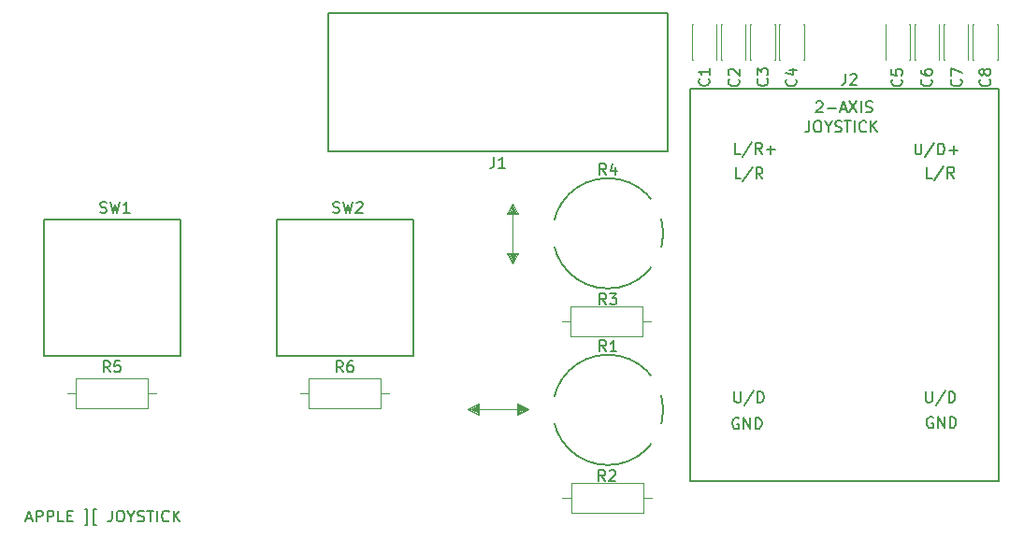
<source format=gto>
G04 #@! TF.GenerationSoftware,KiCad,Pcbnew,(5.1.2)-1*
G04 #@! TF.CreationDate,2019-11-15T07:12:07-08:00*
G04 #@! TF.ProjectId,AppleIIJoystick,4170706c-6549-4494-9a6f-79737469636b,rev?*
G04 #@! TF.SameCoordinates,Original*
G04 #@! TF.FileFunction,Legend,Top*
G04 #@! TF.FilePolarity,Positive*
%FSLAX46Y46*%
G04 Gerber Fmt 4.6, Leading zero omitted, Abs format (unit mm)*
G04 Created by KiCad (PCBNEW (5.1.2)-1) date 2019-11-15 07:12:07*
%MOMM*%
%LPD*%
G04 APERTURE LIST*
%ADD10C,0.120000*%
%ADD11C,0.150000*%
%ADD12C,1.702000*%
%ADD13C,2.002000*%
%ADD14C,4.102000*%
%ADD15C,1.626000*%
%ADD16C,2.402000*%
%ADD17O,1.702000X1.702000*%
%ADD18C,1.102000*%
%ADD19C,2.102000*%
G04 APERTURE END LIST*
D10*
X122105420Y-77122020D02*
X121876820Y-77005180D01*
X122224800Y-77327760D02*
X121457720Y-76995020D01*
X121457720Y-76995020D02*
X122194320Y-76619100D01*
X122194320Y-76619100D02*
X122189240Y-77223620D01*
X122189240Y-77223620D02*
X121701560Y-77015340D01*
X121701560Y-77015340D02*
X121881900Y-76860400D01*
X121881900Y-76860400D02*
X122166380Y-76748640D01*
X122166380Y-76748640D02*
X122105420Y-77122020D01*
X122229880Y-76563220D02*
X122224800Y-77327760D01*
X126436120Y-76911200D02*
X126304040Y-76868020D01*
X125999240Y-76832460D02*
X126436120Y-76911200D01*
X126182120Y-76974700D02*
X125999240Y-76832460D01*
X125978920Y-77122020D02*
X126182120Y-76974700D01*
X125956060Y-76710540D02*
X125978920Y-77122020D01*
X126372620Y-76977240D02*
X125956060Y-76710540D01*
X125884940Y-77249020D02*
X126372620Y-76977240D01*
X121876820Y-77005180D02*
X122092720Y-76855320D01*
X122092720Y-76855320D02*
X122031760Y-77043280D01*
X121290460Y-76950820D02*
X122290460Y-77450820D01*
X122290460Y-77450820D02*
X122290460Y-76450820D01*
X125790460Y-77450820D02*
X125790460Y-76450820D01*
X122290460Y-76450820D02*
X121290460Y-76950820D01*
X121290460Y-76950820D02*
X126790460Y-76950820D01*
X125846840Y-77348080D02*
X126494540Y-77012800D01*
X125790460Y-76450820D02*
X126790460Y-76950820D01*
X125790460Y-77450820D02*
X126790460Y-76950820D01*
X126494540Y-77012800D02*
X126509780Y-76901040D01*
X126509780Y-76901040D02*
X125879860Y-76581000D01*
X125879860Y-76581000D02*
X125884940Y-77249020D01*
X126790460Y-76950820D02*
X121290460Y-76950820D01*
X125229620Y-62974220D02*
X125417580Y-63035180D01*
X125379480Y-63190120D02*
X125229620Y-62974220D01*
X125496320Y-62961520D02*
X125379480Y-63190120D01*
X125122940Y-62900560D02*
X125496320Y-62961520D01*
X125234700Y-63185040D02*
X125122940Y-62900560D01*
X125389640Y-63365380D02*
X125234700Y-63185040D01*
X125597920Y-62877700D02*
X125389640Y-63365380D01*
X124993400Y-62872620D02*
X125597920Y-62877700D01*
X125369320Y-63609220D02*
X124993400Y-62872620D01*
X125702060Y-62842140D02*
X125369320Y-63609220D01*
X124937520Y-62837060D02*
X125702060Y-62842140D01*
X125285500Y-58630820D02*
X125242320Y-58762900D01*
X125206760Y-59067700D02*
X125285500Y-58630820D01*
X125349000Y-58884820D02*
X125206760Y-59067700D01*
X125496320Y-59088020D02*
X125349000Y-58884820D01*
X125084840Y-59110880D02*
X125496320Y-59088020D01*
X125351540Y-58694320D02*
X125084840Y-59110880D01*
X125623320Y-59182000D02*
X125351540Y-58694320D01*
X124955300Y-59187080D02*
X125623320Y-59182000D01*
X125275340Y-58557160D02*
X124955300Y-59187080D01*
X125387100Y-58572400D02*
X125275340Y-58557160D01*
X125722380Y-59220100D02*
X125387100Y-58572400D01*
X125825120Y-59276480D02*
X125325120Y-58276480D01*
X124825120Y-59276480D02*
X125325120Y-58276480D01*
X125825120Y-59276480D02*
X124825120Y-59276480D01*
X125325120Y-63776480D02*
X125325120Y-58276480D01*
X124825120Y-62776480D02*
X125325120Y-63776480D01*
X125825120Y-62776480D02*
X124825120Y-62776480D01*
X125325120Y-63776480D02*
X125825120Y-62776480D01*
X125325120Y-58276480D02*
X125325120Y-63776480D01*
D11*
X81335479Y-86854326D02*
X81811669Y-86854326D01*
X81240240Y-87140040D02*
X81573574Y-86140040D01*
X81906907Y-87140040D01*
X82240240Y-87140040D02*
X82240240Y-86140040D01*
X82621193Y-86140040D01*
X82716431Y-86187660D01*
X82764050Y-86235279D01*
X82811669Y-86330517D01*
X82811669Y-86473374D01*
X82764050Y-86568612D01*
X82716431Y-86616231D01*
X82621193Y-86663850D01*
X82240240Y-86663850D01*
X83240240Y-87140040D02*
X83240240Y-86140040D01*
X83621193Y-86140040D01*
X83716431Y-86187660D01*
X83764050Y-86235279D01*
X83811669Y-86330517D01*
X83811669Y-86473374D01*
X83764050Y-86568612D01*
X83716431Y-86616231D01*
X83621193Y-86663850D01*
X83240240Y-86663850D01*
X84716431Y-87140040D02*
X84240240Y-87140040D01*
X84240240Y-86140040D01*
X85049764Y-86616231D02*
X85383098Y-86616231D01*
X85525955Y-87140040D02*
X85049764Y-87140040D01*
X85049764Y-86140040D01*
X85525955Y-86140040D01*
X86621193Y-87473374D02*
X86859288Y-87473374D01*
X86859288Y-86044802D01*
X86621193Y-86044802D01*
X87668812Y-87473374D02*
X87430717Y-87473374D01*
X87430717Y-86044802D01*
X87668812Y-86044802D01*
X89097383Y-86140040D02*
X89097383Y-86854326D01*
X89049764Y-86997183D01*
X88954526Y-87092421D01*
X88811669Y-87140040D01*
X88716431Y-87140040D01*
X89764050Y-86140040D02*
X89954526Y-86140040D01*
X90049764Y-86187660D01*
X90145002Y-86282898D01*
X90192621Y-86473374D01*
X90192621Y-86806707D01*
X90145002Y-86997183D01*
X90049764Y-87092421D01*
X89954526Y-87140040D01*
X89764050Y-87140040D01*
X89668812Y-87092421D01*
X89573574Y-86997183D01*
X89525955Y-86806707D01*
X89525955Y-86473374D01*
X89573574Y-86282898D01*
X89668812Y-86187660D01*
X89764050Y-86140040D01*
X90811669Y-86663850D02*
X90811669Y-87140040D01*
X90478336Y-86140040D02*
X90811669Y-86663850D01*
X91145002Y-86140040D01*
X91430717Y-87092421D02*
X91573574Y-87140040D01*
X91811669Y-87140040D01*
X91906907Y-87092421D01*
X91954526Y-87044802D01*
X92002145Y-86949564D01*
X92002145Y-86854326D01*
X91954526Y-86759088D01*
X91906907Y-86711469D01*
X91811669Y-86663850D01*
X91621193Y-86616231D01*
X91525955Y-86568612D01*
X91478336Y-86520993D01*
X91430717Y-86425755D01*
X91430717Y-86330517D01*
X91478336Y-86235279D01*
X91525955Y-86187660D01*
X91621193Y-86140040D01*
X91859288Y-86140040D01*
X92002145Y-86187660D01*
X92287860Y-86140040D02*
X92859288Y-86140040D01*
X92573574Y-87140040D02*
X92573574Y-86140040D01*
X93192621Y-87140040D02*
X93192621Y-86140040D01*
X94240240Y-87044802D02*
X94192621Y-87092421D01*
X94049764Y-87140040D01*
X93954526Y-87140040D01*
X93811669Y-87092421D01*
X93716431Y-86997183D01*
X93668812Y-86901945D01*
X93621193Y-86711469D01*
X93621193Y-86568612D01*
X93668812Y-86378136D01*
X93716431Y-86282898D01*
X93811669Y-86187660D01*
X93954526Y-86140040D01*
X94049764Y-86140040D01*
X94192621Y-86187660D01*
X94240240Y-86235279D01*
X94668812Y-87140040D02*
X94668812Y-86140040D01*
X95240240Y-87140040D02*
X94811669Y-86568612D01*
X95240240Y-86140040D02*
X94668812Y-86711469D01*
D10*
X141597520Y-45294980D02*
X141597520Y-42054980D01*
X143837520Y-45294980D02*
X143837520Y-42054980D01*
X141597520Y-45294980D02*
X141662520Y-45294980D01*
X143772520Y-45294980D02*
X143837520Y-45294980D01*
X141597520Y-42054980D02*
X141662520Y-42054980D01*
X143772520Y-42054980D02*
X143837520Y-42054980D01*
X144236580Y-45294980D02*
X144236580Y-42054980D01*
X146476580Y-45294980D02*
X146476580Y-42054980D01*
X144236580Y-45294980D02*
X144301580Y-45294980D01*
X146411580Y-45294980D02*
X146476580Y-45294980D01*
X144236580Y-42054980D02*
X144301580Y-42054980D01*
X146411580Y-42054980D02*
X146476580Y-42054980D01*
X149050640Y-42054980D02*
X149115640Y-42054980D01*
X146875640Y-42054980D02*
X146940640Y-42054980D01*
X149050640Y-45294980D02*
X149115640Y-45294980D01*
X146875640Y-45294980D02*
X146940640Y-45294980D01*
X149115640Y-45294980D02*
X149115640Y-42054980D01*
X146875640Y-45294980D02*
X146875640Y-42054980D01*
X151689700Y-42054980D02*
X151754700Y-42054980D01*
X149514700Y-42054980D02*
X149579700Y-42054980D01*
X151689700Y-45294980D02*
X151754700Y-45294980D01*
X149514700Y-45294980D02*
X149579700Y-45294980D01*
X151754700Y-45294980D02*
X151754700Y-42054980D01*
X149514700Y-45294980D02*
X149514700Y-42054980D01*
X159109360Y-45311580D02*
X159109360Y-42071580D01*
X161349360Y-45311580D02*
X161349360Y-42071580D01*
X159109360Y-45311580D02*
X159174360Y-45311580D01*
X161284360Y-45311580D02*
X161349360Y-45311580D01*
X159109360Y-42071580D02*
X159174360Y-42071580D01*
X161284360Y-42071580D02*
X161349360Y-42071580D01*
X163922340Y-42075300D02*
X163987340Y-42075300D01*
X161747340Y-42075300D02*
X161812340Y-42075300D01*
X163922340Y-45315300D02*
X163987340Y-45315300D01*
X161747340Y-45315300D02*
X161812340Y-45315300D01*
X163987340Y-45315300D02*
X163987340Y-42075300D01*
X161747340Y-45315300D02*
X161747340Y-42075300D01*
X164386400Y-45315300D02*
X164386400Y-42075300D01*
X166626400Y-45315300D02*
X166626400Y-42075300D01*
X164386400Y-45315300D02*
X164451400Y-45315300D01*
X166561400Y-45315300D02*
X166626400Y-45315300D01*
X164386400Y-42075300D02*
X164451400Y-42075300D01*
X166561400Y-42075300D02*
X166626400Y-42075300D01*
X169200460Y-42075300D02*
X169265460Y-42075300D01*
X167025460Y-42075300D02*
X167090460Y-42075300D01*
X169200460Y-45315300D02*
X169265460Y-45315300D01*
X167025460Y-45315300D02*
X167090460Y-45315300D01*
X169265460Y-45315300D02*
X169265460Y-42075300D01*
X167025460Y-45315300D02*
X167025460Y-42075300D01*
D11*
X108634640Y-43579900D02*
X108634640Y-41080540D01*
X139444840Y-44380000D02*
X139444840Y-41078000D01*
X139444840Y-44380000D02*
X139444840Y-53574800D01*
X108634640Y-43579900D02*
X108634640Y-53569720D01*
X108634640Y-41080540D02*
X139444840Y-41078000D01*
X139444840Y-53574800D02*
X108634640Y-53569720D01*
X141460000Y-47920000D02*
X169400000Y-47920000D01*
X169400000Y-47920000D02*
X169400000Y-83480000D01*
X169400000Y-83480000D02*
X141460000Y-83480000D01*
X141460000Y-83480000D02*
X141460000Y-47920000D01*
X138992412Y-77007620D02*
G75*
G03X138992412Y-77007620I-5001312J0D01*
G01*
D10*
X137190000Y-86370000D02*
X137190000Y-83630000D01*
X137190000Y-83630000D02*
X130650000Y-83630000D01*
X130650000Y-83630000D02*
X130650000Y-86370000D01*
X130650000Y-86370000D02*
X137190000Y-86370000D01*
X137960000Y-85000000D02*
X137190000Y-85000000D01*
X129880000Y-85000000D02*
X130650000Y-85000000D01*
X129835780Y-69000000D02*
X130605780Y-69000000D01*
X137915780Y-69000000D02*
X137145780Y-69000000D01*
X130605780Y-70370000D02*
X137145780Y-70370000D01*
X130605780Y-67630000D02*
X130605780Y-70370000D01*
X137145780Y-67630000D02*
X130605780Y-67630000D01*
X137145780Y-70370000D02*
X137145780Y-67630000D01*
D11*
X138992412Y-61007620D02*
G75*
G03X138992412Y-61007620I-5001312J0D01*
G01*
D10*
X85810000Y-74130000D02*
X85810000Y-76870000D01*
X85810000Y-76870000D02*
X92350000Y-76870000D01*
X92350000Y-76870000D02*
X92350000Y-74130000D01*
X92350000Y-74130000D02*
X85810000Y-74130000D01*
X85040000Y-75500000D02*
X85810000Y-75500000D01*
X93120000Y-75500000D02*
X92350000Y-75500000D01*
X114209960Y-75496420D02*
X113439960Y-75496420D01*
X106129960Y-75496420D02*
X106899960Y-75496420D01*
X113439960Y-74126420D02*
X106899960Y-74126420D01*
X113439960Y-76866420D02*
X113439960Y-74126420D01*
X106899960Y-76866420D02*
X113439960Y-76866420D01*
X106899960Y-74126420D02*
X106899960Y-76866420D01*
D11*
X95304100Y-72140140D02*
X95304100Y-59739860D01*
X82903820Y-72140140D02*
X95304100Y-72140140D01*
X82903820Y-59739860D02*
X82903820Y-72140140D01*
X95304100Y-59739860D02*
X82903820Y-59739860D01*
X116397760Y-59739860D02*
X103997480Y-59739860D01*
X103997480Y-59739860D02*
X103997480Y-72140140D01*
X103997480Y-72140140D02*
X116397760Y-72140140D01*
X116397760Y-72140140D02*
X116397760Y-59739860D01*
X143107142Y-47007986D02*
X143154761Y-47055605D01*
X143202380Y-47198462D01*
X143202380Y-47293700D01*
X143154761Y-47436558D01*
X143059523Y-47531796D01*
X142964285Y-47579415D01*
X142773809Y-47627034D01*
X142630952Y-47627034D01*
X142440476Y-47579415D01*
X142345238Y-47531796D01*
X142250000Y-47436558D01*
X142202380Y-47293700D01*
X142202380Y-47198462D01*
X142250000Y-47055605D01*
X142297619Y-47007986D01*
X143202380Y-46055605D02*
X143202380Y-46627034D01*
X143202380Y-46341320D02*
X142202380Y-46341320D01*
X142345238Y-46436558D01*
X142440476Y-46531796D01*
X142488095Y-46627034D01*
X145805122Y-47041006D02*
X145852741Y-47088625D01*
X145900360Y-47231482D01*
X145900360Y-47326720D01*
X145852741Y-47469578D01*
X145757503Y-47564816D01*
X145662265Y-47612435D01*
X145471789Y-47660054D01*
X145328932Y-47660054D01*
X145138456Y-47612435D01*
X145043218Y-47564816D01*
X144947980Y-47469578D01*
X144900360Y-47326720D01*
X144900360Y-47231482D01*
X144947980Y-47088625D01*
X144995599Y-47041006D01*
X144995599Y-46660054D02*
X144947980Y-46612435D01*
X144900360Y-46517197D01*
X144900360Y-46279101D01*
X144947980Y-46183863D01*
X144995599Y-46136244D01*
X145090837Y-46088625D01*
X145186075Y-46088625D01*
X145328932Y-46136244D01*
X145900360Y-46707673D01*
X145900360Y-46088625D01*
X148401502Y-47007986D02*
X148449121Y-47055605D01*
X148496740Y-47198462D01*
X148496740Y-47293700D01*
X148449121Y-47436558D01*
X148353883Y-47531796D01*
X148258645Y-47579415D01*
X148068169Y-47627034D01*
X147925312Y-47627034D01*
X147734836Y-47579415D01*
X147639598Y-47531796D01*
X147544360Y-47436558D01*
X147496740Y-47293700D01*
X147496740Y-47198462D01*
X147544360Y-47055605D01*
X147591979Y-47007986D01*
X147496740Y-46674653D02*
X147496740Y-46055605D01*
X147877693Y-46388939D01*
X147877693Y-46246081D01*
X147925312Y-46150843D01*
X147972931Y-46103224D01*
X148068169Y-46055605D01*
X148306264Y-46055605D01*
X148401502Y-46103224D01*
X148449121Y-46150843D01*
X148496740Y-46246081D01*
X148496740Y-46531796D01*
X148449121Y-46627034D01*
X148401502Y-46674653D01*
X151000422Y-47041006D02*
X151048041Y-47088625D01*
X151095660Y-47231482D01*
X151095660Y-47326720D01*
X151048041Y-47469578D01*
X150952803Y-47564816D01*
X150857565Y-47612435D01*
X150667089Y-47660054D01*
X150524232Y-47660054D01*
X150333756Y-47612435D01*
X150238518Y-47564816D01*
X150143280Y-47469578D01*
X150095660Y-47326720D01*
X150095660Y-47231482D01*
X150143280Y-47088625D01*
X150190899Y-47041006D01*
X150428994Y-46183863D02*
X151095660Y-46183863D01*
X150048041Y-46421959D02*
X150762327Y-46660054D01*
X150762327Y-46041006D01*
X160552402Y-47060146D02*
X160600021Y-47107765D01*
X160647640Y-47250622D01*
X160647640Y-47345860D01*
X160600021Y-47488718D01*
X160504783Y-47583956D01*
X160409545Y-47631575D01*
X160219069Y-47679194D01*
X160076212Y-47679194D01*
X159885736Y-47631575D01*
X159790498Y-47583956D01*
X159695260Y-47488718D01*
X159647640Y-47345860D01*
X159647640Y-47250622D01*
X159695260Y-47107765D01*
X159742879Y-47060146D01*
X159647640Y-46155384D02*
X159647640Y-46631575D01*
X160123831Y-46679194D01*
X160076212Y-46631575D01*
X160028593Y-46536337D01*
X160028593Y-46298241D01*
X160076212Y-46203003D01*
X160123831Y-46155384D01*
X160219069Y-46107765D01*
X160457164Y-46107765D01*
X160552402Y-46155384D01*
X160600021Y-46203003D01*
X160647640Y-46298241D01*
X160647640Y-46536337D01*
X160600021Y-46631575D01*
X160552402Y-46679194D01*
X163249302Y-47063866D02*
X163296921Y-47111485D01*
X163344540Y-47254342D01*
X163344540Y-47349580D01*
X163296921Y-47492438D01*
X163201683Y-47587676D01*
X163106445Y-47635295D01*
X162915969Y-47682914D01*
X162773112Y-47682914D01*
X162582636Y-47635295D01*
X162487398Y-47587676D01*
X162392160Y-47492438D01*
X162344540Y-47349580D01*
X162344540Y-47254342D01*
X162392160Y-47111485D01*
X162439779Y-47063866D01*
X162344540Y-46206723D02*
X162344540Y-46397200D01*
X162392160Y-46492438D01*
X162439779Y-46540057D01*
X162582636Y-46635295D01*
X162773112Y-46682914D01*
X163154064Y-46682914D01*
X163249302Y-46635295D01*
X163296921Y-46587676D01*
X163344540Y-46492438D01*
X163344540Y-46301961D01*
X163296921Y-46206723D01*
X163249302Y-46159104D01*
X163154064Y-46111485D01*
X162915969Y-46111485D01*
X162820731Y-46159104D01*
X162773112Y-46206723D01*
X162725493Y-46301961D01*
X162725493Y-46492438D01*
X162773112Y-46587676D01*
X162820731Y-46635295D01*
X162915969Y-46682914D01*
X165944742Y-47063866D02*
X165992361Y-47111485D01*
X166039980Y-47254342D01*
X166039980Y-47349580D01*
X165992361Y-47492438D01*
X165897123Y-47587676D01*
X165801885Y-47635295D01*
X165611409Y-47682914D01*
X165468552Y-47682914D01*
X165278076Y-47635295D01*
X165182838Y-47587676D01*
X165087600Y-47492438D01*
X165039980Y-47349580D01*
X165039980Y-47254342D01*
X165087600Y-47111485D01*
X165135219Y-47063866D01*
X165039980Y-46730533D02*
X165039980Y-46063866D01*
X166039980Y-46492438D01*
X168541122Y-47063866D02*
X168588741Y-47111485D01*
X168636360Y-47254342D01*
X168636360Y-47349580D01*
X168588741Y-47492438D01*
X168493503Y-47587676D01*
X168398265Y-47635295D01*
X168207789Y-47682914D01*
X168064932Y-47682914D01*
X167874456Y-47635295D01*
X167779218Y-47587676D01*
X167683980Y-47492438D01*
X167636360Y-47349580D01*
X167636360Y-47254342D01*
X167683980Y-47111485D01*
X167731599Y-47063866D01*
X168064932Y-46492438D02*
X168017313Y-46587676D01*
X167969694Y-46635295D01*
X167874456Y-46682914D01*
X167826837Y-46682914D01*
X167731599Y-46635295D01*
X167683980Y-46587676D01*
X167636360Y-46492438D01*
X167636360Y-46301961D01*
X167683980Y-46206723D01*
X167731599Y-46159104D01*
X167826837Y-46111485D01*
X167874456Y-46111485D01*
X167969694Y-46159104D01*
X168017313Y-46206723D01*
X168064932Y-46301961D01*
X168064932Y-46492438D01*
X168112551Y-46587676D01*
X168160170Y-46635295D01*
X168255408Y-46682914D01*
X168445884Y-46682914D01*
X168541122Y-46635295D01*
X168588741Y-46587676D01*
X168636360Y-46492438D01*
X168636360Y-46301961D01*
X168588741Y-46206723D01*
X168541122Y-46159104D01*
X168445884Y-46111485D01*
X168255408Y-46111485D01*
X168160170Y-46159104D01*
X168112551Y-46206723D01*
X168064932Y-46301961D01*
X123682166Y-54082700D02*
X123682166Y-54796986D01*
X123634547Y-54939843D01*
X123539309Y-55035081D01*
X123396452Y-55082700D01*
X123301214Y-55082700D01*
X124682166Y-55082700D02*
X124110738Y-55082700D01*
X124396452Y-55082700D02*
X124396452Y-54082700D01*
X124301214Y-54225558D01*
X124205976Y-54320796D01*
X124110738Y-54368415D01*
X155500746Y-46564300D02*
X155500746Y-47278586D01*
X155453127Y-47421443D01*
X155357889Y-47516681D01*
X155215032Y-47564300D01*
X155119794Y-47564300D01*
X155929318Y-46659539D02*
X155976937Y-46611920D01*
X156072175Y-46564300D01*
X156310270Y-46564300D01*
X156405508Y-46611920D01*
X156453127Y-46659539D01*
X156500746Y-46754777D01*
X156500746Y-46850015D01*
X156453127Y-46992872D01*
X155881699Y-47564300D01*
X156500746Y-47564300D01*
X152863010Y-49138939D02*
X152910629Y-49091320D01*
X153005867Y-49043700D01*
X153243962Y-49043700D01*
X153339200Y-49091320D01*
X153386820Y-49138939D01*
X153434439Y-49234177D01*
X153434439Y-49329415D01*
X153386820Y-49472272D01*
X152815391Y-50043700D01*
X153434439Y-50043700D01*
X153863010Y-49662748D02*
X154624915Y-49662748D01*
X155053486Y-49757986D02*
X155529677Y-49757986D01*
X154958248Y-50043700D02*
X155291581Y-49043700D01*
X155624915Y-50043700D01*
X155863010Y-49043700D02*
X156529677Y-50043700D01*
X156529677Y-49043700D02*
X155863010Y-50043700D01*
X156910629Y-50043700D02*
X156910629Y-49043700D01*
X157339200Y-49996081D02*
X157482058Y-50043700D01*
X157720153Y-50043700D01*
X157815391Y-49996081D01*
X157863010Y-49948462D01*
X157910629Y-49853224D01*
X157910629Y-49757986D01*
X157863010Y-49662748D01*
X157815391Y-49615129D01*
X157720153Y-49567510D01*
X157529677Y-49519891D01*
X157434439Y-49472272D01*
X157386820Y-49424653D01*
X157339200Y-49329415D01*
X157339200Y-49234177D01*
X157386820Y-49138939D01*
X157434439Y-49091320D01*
X157529677Y-49043700D01*
X157767772Y-49043700D01*
X157910629Y-49091320D01*
X152228058Y-50821700D02*
X152228058Y-51535986D01*
X152180439Y-51678843D01*
X152085200Y-51774081D01*
X151942343Y-51821700D01*
X151847105Y-51821700D01*
X152894724Y-50821700D02*
X153085200Y-50821700D01*
X153180439Y-50869320D01*
X153275677Y-50964558D01*
X153323296Y-51155034D01*
X153323296Y-51488367D01*
X153275677Y-51678843D01*
X153180439Y-51774081D01*
X153085200Y-51821700D01*
X152894724Y-51821700D01*
X152799486Y-51774081D01*
X152704248Y-51678843D01*
X152656629Y-51488367D01*
X152656629Y-51155034D01*
X152704248Y-50964558D01*
X152799486Y-50869320D01*
X152894724Y-50821700D01*
X153942343Y-51345510D02*
X153942343Y-51821700D01*
X153609010Y-50821700D02*
X153942343Y-51345510D01*
X154275677Y-50821700D01*
X154561391Y-51774081D02*
X154704248Y-51821700D01*
X154942343Y-51821700D01*
X155037581Y-51774081D01*
X155085200Y-51726462D01*
X155132820Y-51631224D01*
X155132820Y-51535986D01*
X155085200Y-51440748D01*
X155037581Y-51393129D01*
X154942343Y-51345510D01*
X154751867Y-51297891D01*
X154656629Y-51250272D01*
X154609010Y-51202653D01*
X154561391Y-51107415D01*
X154561391Y-51012177D01*
X154609010Y-50916939D01*
X154656629Y-50869320D01*
X154751867Y-50821700D01*
X154989962Y-50821700D01*
X155132820Y-50869320D01*
X155418534Y-50821700D02*
X155989962Y-50821700D01*
X155704248Y-51821700D02*
X155704248Y-50821700D01*
X156323296Y-51821700D02*
X156323296Y-50821700D01*
X157370915Y-51726462D02*
X157323296Y-51774081D01*
X157180439Y-51821700D01*
X157085200Y-51821700D01*
X156942343Y-51774081D01*
X156847105Y-51678843D01*
X156799486Y-51583605D01*
X156751867Y-51393129D01*
X156751867Y-51250272D01*
X156799486Y-51059796D01*
X156847105Y-50964558D01*
X156942343Y-50869320D01*
X157085200Y-50821700D01*
X157180439Y-50821700D01*
X157323296Y-50869320D01*
X157370915Y-50916939D01*
X157799486Y-51821700D02*
X157799486Y-50821700D01*
X158370915Y-51821700D02*
X157942343Y-51250272D01*
X158370915Y-50821700D02*
X157799486Y-51393129D01*
X145991526Y-53815600D02*
X145515336Y-53815600D01*
X145515336Y-52815600D01*
X147039145Y-52767981D02*
X146182002Y-54053696D01*
X147943907Y-53815600D02*
X147610574Y-53339410D01*
X147372479Y-53815600D02*
X147372479Y-52815600D01*
X147753431Y-52815600D01*
X147848669Y-52863220D01*
X147896288Y-52910839D01*
X147943907Y-53006077D01*
X147943907Y-53148934D01*
X147896288Y-53244172D01*
X147848669Y-53291791D01*
X147753431Y-53339410D01*
X147372479Y-53339410D01*
X148372479Y-53434648D02*
X149134383Y-53434648D01*
X148753431Y-53815600D02*
X148753431Y-53053696D01*
X146033994Y-56055880D02*
X145557803Y-56055880D01*
X145557803Y-55055880D01*
X147081613Y-55008261D02*
X146224470Y-56293976D01*
X147986375Y-56055880D02*
X147653041Y-55579690D01*
X147414946Y-56055880D02*
X147414946Y-55055880D01*
X147795899Y-55055880D01*
X147891137Y-55103500D01*
X147938756Y-55151119D01*
X147986375Y-55246357D01*
X147986375Y-55389214D01*
X147938756Y-55484452D01*
X147891137Y-55532071D01*
X147795899Y-55579690D01*
X147414946Y-55579690D01*
X161804688Y-52863860D02*
X161804688Y-53673384D01*
X161852307Y-53768622D01*
X161899926Y-53816241D01*
X161995164Y-53863860D01*
X162185640Y-53863860D01*
X162280879Y-53816241D01*
X162328498Y-53768622D01*
X162376117Y-53673384D01*
X162376117Y-52863860D01*
X163566593Y-52816241D02*
X162709450Y-54101956D01*
X163899926Y-53863860D02*
X163899926Y-52863860D01*
X164138021Y-52863860D01*
X164280879Y-52911480D01*
X164376117Y-53006718D01*
X164423736Y-53101956D01*
X164471355Y-53292432D01*
X164471355Y-53435289D01*
X164423736Y-53625765D01*
X164376117Y-53721003D01*
X164280879Y-53816241D01*
X164138021Y-53863860D01*
X163899926Y-53863860D01*
X164899926Y-53482908D02*
X165661831Y-53482908D01*
X165280879Y-53863860D02*
X165280879Y-53101956D01*
X163372034Y-55994920D02*
X162895843Y-55994920D01*
X162895843Y-54994920D01*
X164419653Y-54947301D02*
X163562510Y-56233016D01*
X165324415Y-55994920D02*
X164991081Y-55518730D01*
X164752986Y-55994920D02*
X164752986Y-54994920D01*
X165133939Y-54994920D01*
X165229177Y-55042540D01*
X165276796Y-55090159D01*
X165324415Y-55185397D01*
X165324415Y-55328254D01*
X165276796Y-55423492D01*
X165229177Y-55471111D01*
X165133939Y-55518730D01*
X164752986Y-55518730D01*
X162776796Y-75332700D02*
X162776796Y-76142224D01*
X162824415Y-76237462D01*
X162872034Y-76285081D01*
X162967272Y-76332700D01*
X163157748Y-76332700D01*
X163252986Y-76285081D01*
X163300605Y-76237462D01*
X163348224Y-76142224D01*
X163348224Y-75332700D01*
X164538700Y-75285081D02*
X163681558Y-76570796D01*
X164872034Y-76332700D02*
X164872034Y-75332700D01*
X165110129Y-75332700D01*
X165252986Y-75380320D01*
X165348224Y-75475558D01*
X165395843Y-75570796D01*
X165443462Y-75761272D01*
X165443462Y-75904129D01*
X165395843Y-76094605D01*
X165348224Y-76189843D01*
X165252986Y-76285081D01*
X165110129Y-76332700D01*
X164872034Y-76332700D01*
X163413315Y-77691720D02*
X163318077Y-77644100D01*
X163175220Y-77644100D01*
X163032362Y-77691720D01*
X162937124Y-77786958D01*
X162889505Y-77882196D01*
X162841886Y-78072672D01*
X162841886Y-78215529D01*
X162889505Y-78406005D01*
X162937124Y-78501243D01*
X163032362Y-78596481D01*
X163175220Y-78644100D01*
X163270458Y-78644100D01*
X163413315Y-78596481D01*
X163460934Y-78548862D01*
X163460934Y-78215529D01*
X163270458Y-78215529D01*
X163889505Y-78644100D02*
X163889505Y-77644100D01*
X164460934Y-78644100D01*
X164460934Y-77644100D01*
X164937124Y-78644100D02*
X164937124Y-77644100D01*
X165175220Y-77644100D01*
X165318077Y-77691720D01*
X165413315Y-77786958D01*
X165460934Y-77882196D01*
X165508553Y-78072672D01*
X165508553Y-78215529D01*
X165460934Y-78406005D01*
X165413315Y-78501243D01*
X165318077Y-78596481D01*
X165175220Y-78644100D01*
X164937124Y-78644100D01*
X145459076Y-75332700D02*
X145459076Y-76142224D01*
X145506695Y-76237462D01*
X145554314Y-76285081D01*
X145649552Y-76332700D01*
X145840028Y-76332700D01*
X145935266Y-76285081D01*
X145982885Y-76237462D01*
X146030504Y-76142224D01*
X146030504Y-75332700D01*
X147220980Y-75285081D02*
X146363838Y-76570796D01*
X147554314Y-76332700D02*
X147554314Y-75332700D01*
X147792409Y-75332700D01*
X147935266Y-75380320D01*
X148030504Y-75475558D01*
X148078123Y-75570796D01*
X148125742Y-75761272D01*
X148125742Y-75904129D01*
X148078123Y-76094605D01*
X148030504Y-76189843D01*
X147935266Y-76285081D01*
X147792409Y-76332700D01*
X147554314Y-76332700D01*
X145828895Y-77780620D02*
X145733657Y-77733000D01*
X145590800Y-77733000D01*
X145447942Y-77780620D01*
X145352704Y-77875858D01*
X145305085Y-77971096D01*
X145257466Y-78161572D01*
X145257466Y-78304429D01*
X145305085Y-78494905D01*
X145352704Y-78590143D01*
X145447942Y-78685381D01*
X145590800Y-78733000D01*
X145686038Y-78733000D01*
X145828895Y-78685381D01*
X145876514Y-78637762D01*
X145876514Y-78304429D01*
X145686038Y-78304429D01*
X146305085Y-78733000D02*
X146305085Y-77733000D01*
X146876514Y-78733000D01*
X146876514Y-77733000D01*
X147352704Y-78733000D02*
X147352704Y-77733000D01*
X147590800Y-77733000D01*
X147733657Y-77780620D01*
X147828895Y-77875858D01*
X147876514Y-77971096D01*
X147924133Y-78161572D01*
X147924133Y-78304429D01*
X147876514Y-78494905D01*
X147828895Y-78590143D01*
X147733657Y-78685381D01*
X147590800Y-78733000D01*
X147352704Y-78733000D01*
X133833333Y-71702380D02*
X133500000Y-71226190D01*
X133261904Y-71702380D02*
X133261904Y-70702380D01*
X133642857Y-70702380D01*
X133738095Y-70750000D01*
X133785714Y-70797619D01*
X133833333Y-70892857D01*
X133833333Y-71035714D01*
X133785714Y-71130952D01*
X133738095Y-71178571D01*
X133642857Y-71226190D01*
X133261904Y-71226190D01*
X134785714Y-71702380D02*
X134214285Y-71702380D01*
X134500000Y-71702380D02*
X134500000Y-70702380D01*
X134404761Y-70845238D01*
X134309523Y-70940476D01*
X134214285Y-70988095D01*
X133753333Y-83452380D02*
X133420000Y-82976190D01*
X133181904Y-83452380D02*
X133181904Y-82452380D01*
X133562857Y-82452380D01*
X133658095Y-82500000D01*
X133705714Y-82547619D01*
X133753333Y-82642857D01*
X133753333Y-82785714D01*
X133705714Y-82880952D01*
X133658095Y-82928571D01*
X133562857Y-82976190D01*
X133181904Y-82976190D01*
X134134285Y-82547619D02*
X134181904Y-82500000D01*
X134277142Y-82452380D01*
X134515238Y-82452380D01*
X134610476Y-82500000D01*
X134658095Y-82547619D01*
X134705714Y-82642857D01*
X134705714Y-82738095D01*
X134658095Y-82880952D01*
X134086666Y-83452380D01*
X134705714Y-83452380D01*
X133833333Y-67452380D02*
X133500000Y-66976190D01*
X133261904Y-67452380D02*
X133261904Y-66452380D01*
X133642857Y-66452380D01*
X133738095Y-66500000D01*
X133785714Y-66547619D01*
X133833333Y-66642857D01*
X133833333Y-66785714D01*
X133785714Y-66880952D01*
X133738095Y-66928571D01*
X133642857Y-66976190D01*
X133261904Y-66976190D01*
X134166666Y-66452380D02*
X134785714Y-66452380D01*
X134452380Y-66833333D01*
X134595238Y-66833333D01*
X134690476Y-66880952D01*
X134738095Y-66928571D01*
X134785714Y-67023809D01*
X134785714Y-67261904D01*
X134738095Y-67357142D01*
X134690476Y-67404761D01*
X134595238Y-67452380D01*
X134309523Y-67452380D01*
X134214285Y-67404761D01*
X134166666Y-67357142D01*
X133833333Y-55702380D02*
X133500000Y-55226190D01*
X133261904Y-55702380D02*
X133261904Y-54702380D01*
X133642857Y-54702380D01*
X133738095Y-54750000D01*
X133785714Y-54797619D01*
X133833333Y-54892857D01*
X133833333Y-55035714D01*
X133785714Y-55130952D01*
X133738095Y-55178571D01*
X133642857Y-55226190D01*
X133261904Y-55226190D01*
X134690476Y-55035714D02*
X134690476Y-55702380D01*
X134452380Y-54654761D02*
X134214285Y-55369047D01*
X134833333Y-55369047D01*
X88913333Y-73582380D02*
X88580000Y-73106190D01*
X88341904Y-73582380D02*
X88341904Y-72582380D01*
X88722857Y-72582380D01*
X88818095Y-72630000D01*
X88865714Y-72677619D01*
X88913333Y-72772857D01*
X88913333Y-72915714D01*
X88865714Y-73010952D01*
X88818095Y-73058571D01*
X88722857Y-73106190D01*
X88341904Y-73106190D01*
X89818095Y-72582380D02*
X89341904Y-72582380D01*
X89294285Y-73058571D01*
X89341904Y-73010952D01*
X89437142Y-72963333D01*
X89675238Y-72963333D01*
X89770476Y-73010952D01*
X89818095Y-73058571D01*
X89865714Y-73153809D01*
X89865714Y-73391904D01*
X89818095Y-73487142D01*
X89770476Y-73534761D01*
X89675238Y-73582380D01*
X89437142Y-73582380D01*
X89341904Y-73534761D01*
X89294285Y-73487142D01*
X110003293Y-73578800D02*
X109669960Y-73102610D01*
X109431864Y-73578800D02*
X109431864Y-72578800D01*
X109812817Y-72578800D01*
X109908055Y-72626420D01*
X109955674Y-72674039D01*
X110003293Y-72769277D01*
X110003293Y-72912134D01*
X109955674Y-73007372D01*
X109908055Y-73054991D01*
X109812817Y-73102610D01*
X109431864Y-73102610D01*
X110860436Y-72578800D02*
X110669960Y-72578800D01*
X110574721Y-72626420D01*
X110527102Y-72674039D01*
X110431864Y-72816896D01*
X110384245Y-73007372D01*
X110384245Y-73388324D01*
X110431864Y-73483562D01*
X110479483Y-73531181D01*
X110574721Y-73578800D01*
X110765198Y-73578800D01*
X110860436Y-73531181D01*
X110908055Y-73483562D01*
X110955674Y-73388324D01*
X110955674Y-73150229D01*
X110908055Y-73054991D01*
X110860436Y-73007372D01*
X110765198Y-72959753D01*
X110574721Y-72959753D01*
X110479483Y-73007372D01*
X110431864Y-73054991D01*
X110384245Y-73150229D01*
X88027166Y-59108301D02*
X88170023Y-59155920D01*
X88408119Y-59155920D01*
X88503357Y-59108301D01*
X88550976Y-59060682D01*
X88598595Y-58965444D01*
X88598595Y-58870206D01*
X88550976Y-58774968D01*
X88503357Y-58727349D01*
X88408119Y-58679730D01*
X88217642Y-58632111D01*
X88122404Y-58584492D01*
X88074785Y-58536873D01*
X88027166Y-58441635D01*
X88027166Y-58346397D01*
X88074785Y-58251159D01*
X88122404Y-58203540D01*
X88217642Y-58155920D01*
X88455738Y-58155920D01*
X88598595Y-58203540D01*
X88931928Y-58155920D02*
X89170023Y-59155920D01*
X89360500Y-58441635D01*
X89550976Y-59155920D01*
X89789071Y-58155920D01*
X90693833Y-59155920D02*
X90122404Y-59155920D01*
X90408119Y-59155920D02*
X90408119Y-58155920D01*
X90312880Y-58298778D01*
X90217642Y-58394016D01*
X90122404Y-58441635D01*
X109120826Y-59108301D02*
X109263683Y-59155920D01*
X109501779Y-59155920D01*
X109597017Y-59108301D01*
X109644636Y-59060682D01*
X109692255Y-58965444D01*
X109692255Y-58870206D01*
X109644636Y-58774968D01*
X109597017Y-58727349D01*
X109501779Y-58679730D01*
X109311302Y-58632111D01*
X109216064Y-58584492D01*
X109168445Y-58536873D01*
X109120826Y-58441635D01*
X109120826Y-58346397D01*
X109168445Y-58251159D01*
X109216064Y-58203540D01*
X109311302Y-58155920D01*
X109549398Y-58155920D01*
X109692255Y-58203540D01*
X110025588Y-58155920D02*
X110263683Y-59155920D01*
X110454160Y-58441635D01*
X110644636Y-59155920D01*
X110882731Y-58155920D01*
X111216064Y-58251159D02*
X111263683Y-58203540D01*
X111358921Y-58155920D01*
X111597017Y-58155920D01*
X111692255Y-58203540D01*
X111739874Y-58251159D01*
X111787493Y-58346397D01*
X111787493Y-58441635D01*
X111739874Y-58584492D01*
X111168445Y-59155920D01*
X111787493Y-59155920D01*
%LPC*%
D12*
X142717520Y-44924980D03*
X142717520Y-42424980D03*
X145356580Y-44924980D03*
X145356580Y-42424980D03*
X147995640Y-42424980D03*
X147995640Y-44924980D03*
X150634700Y-42424980D03*
X150634700Y-44924980D03*
X160229360Y-44941580D03*
X160229360Y-42441580D03*
X162867340Y-42445300D03*
X162867340Y-44945300D03*
X165506400Y-44945300D03*
X165506400Y-42445300D03*
X168145460Y-42445300D03*
X168145460Y-44945300D03*
D13*
X118500000Y-52000000D03*
X121270000Y-52000000D03*
X124040000Y-52000000D03*
X126810000Y-52000000D03*
X129580000Y-52000000D03*
X119885000Y-49160000D03*
X122655000Y-49160000D03*
X125425000Y-49160000D03*
X128195000Y-49160000D03*
D14*
X111545000Y-50580000D03*
X136535000Y-50580000D03*
X147810000Y-50457460D03*
D15*
X144000000Y-55537460D03*
X144000000Y-78397460D03*
X144000000Y-75857460D03*
X166860000Y-78397460D03*
X166860000Y-75857460D03*
X166860000Y-55537460D03*
X166860000Y-52997460D03*
X143994920Y-52987300D03*
D14*
X163050000Y-50457460D03*
X163050000Y-80937460D03*
X147810000Y-80937460D03*
D16*
X128994920Y-76992380D03*
X138994920Y-74492380D03*
X138994920Y-79492380D03*
D12*
X139000000Y-85000000D03*
D17*
X128840000Y-85000000D03*
X128795780Y-69000000D03*
D12*
X138955780Y-69000000D03*
D16*
X138994920Y-63492380D03*
X138994920Y-58492380D03*
X128994920Y-60992380D03*
D12*
X84000000Y-75500000D03*
D17*
X94160000Y-75500000D03*
X115249960Y-75496420D03*
D12*
X105089960Y-75496420D03*
D18*
X92906340Y-62130000D03*
X85286340Y-67210000D03*
D19*
X87826340Y-64670000D03*
X92906340Y-69750000D03*
X114000000Y-69750000D03*
X108920000Y-64670000D03*
D18*
X106380000Y-67210000D03*
X114000000Y-62130000D03*
M02*

</source>
